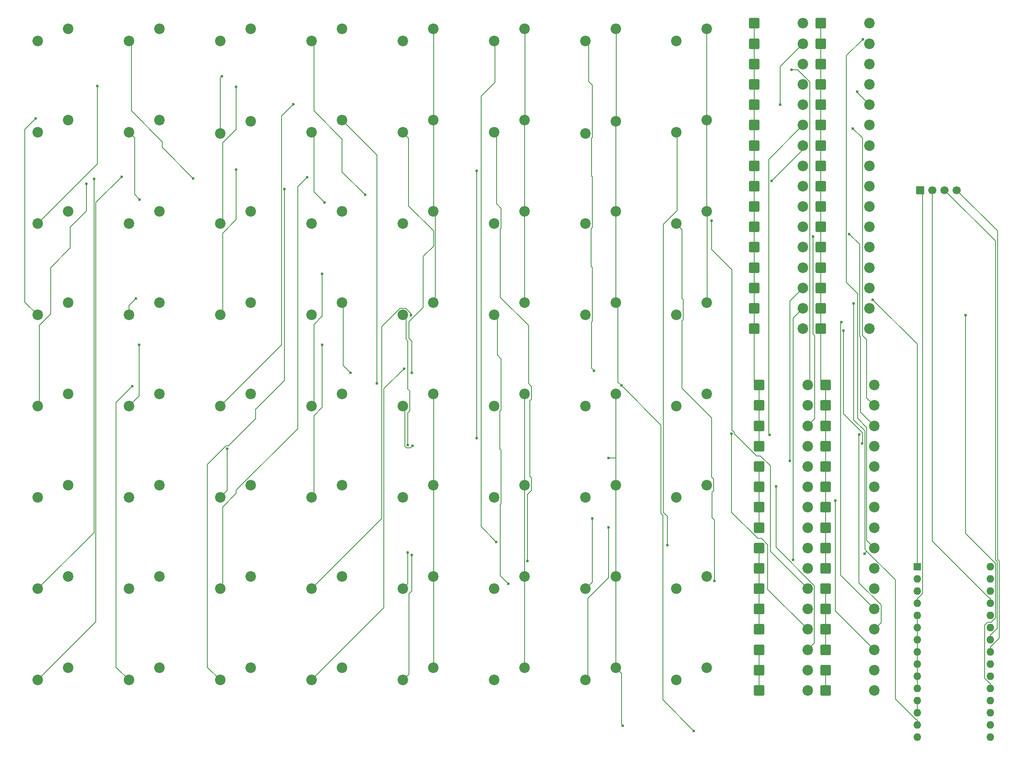
<source format=gbr>
%TF.GenerationSoftware,KiCad,Pcbnew,9.0.7*%
%TF.CreationDate,2026-02-25T16:19:16+04:00*%
%TF.ProjectId,Launchpad v1,4c61756e-6368-4706-9164-2076312e6b69,rev?*%
%TF.SameCoordinates,Original*%
%TF.FileFunction,Copper,L2,Bot*%
%TF.FilePolarity,Positive*%
%FSLAX46Y46*%
G04 Gerber Fmt 4.6, Leading zero omitted, Abs format (unit mm)*
G04 Created by KiCad (PCBNEW 9.0.7) date 2026-02-25 16:19:16*
%MOMM*%
%LPD*%
G01*
G04 APERTURE LIST*
G04 Aperture macros list*
%AMRoundRect*
0 Rectangle with rounded corners*
0 $1 Rounding radius*
0 $2 $3 $4 $5 $6 $7 $8 $9 X,Y pos of 4 corners*
0 Add a 4 corners polygon primitive as box body*
4,1,4,$2,$3,$4,$5,$6,$7,$8,$9,$2,$3,0*
0 Add four circle primitives for the rounded corners*
1,1,$1+$1,$2,$3*
1,1,$1+$1,$4,$5*
1,1,$1+$1,$6,$7*
1,1,$1+$1,$8,$9*
0 Add four rect primitives between the rounded corners*
20,1,$1+$1,$2,$3,$4,$5,0*
20,1,$1+$1,$4,$5,$6,$7,0*
20,1,$1+$1,$6,$7,$8,$9,0*
20,1,$1+$1,$8,$9,$2,$3,0*%
G04 Aperture macros list end*
%TA.AperFunction,ComponentPad*%
%ADD10RoundRect,0.249999X-0.850001X-0.850001X0.850001X-0.850001X0.850001X0.850001X-0.850001X0.850001X0*%
%TD*%
%TA.AperFunction,ComponentPad*%
%ADD11C,2.200000*%
%TD*%
%TA.AperFunction,ComponentPad*%
%ADD12RoundRect,0.170000X-0.680000X-0.680000X0.680000X-0.680000X0.680000X0.680000X-0.680000X0.680000X0*%
%TD*%
%TA.AperFunction,ComponentPad*%
%ADD13C,1.700000*%
%TD*%
%TA.AperFunction,ComponentPad*%
%ADD14R,1.600000X1.600000*%
%TD*%
%TA.AperFunction,ComponentPad*%
%ADD15O,1.600000X1.600000*%
%TD*%
%TA.AperFunction,ViaPad*%
%ADD16C,0.600000*%
%TD*%
%TA.AperFunction,Conductor*%
%ADD17C,0.200000*%
%TD*%
G04 APERTURE END LIST*
D10*
%TO.P,D49,1,K*%
%TO.N,COL 1*%
X191868800Y-100193700D03*
D11*
%TO.P,D49,2,A*%
%TO.N,Net-(D49-A)*%
X202028800Y-100193700D03*
%TD*%
D10*
%TO.P,D50,1,K*%
%TO.N,COL 1*%
X191868800Y-104443700D03*
D11*
%TO.P,D50,2,A*%
%TO.N,Net-(D50-A)*%
X202028800Y-104443700D03*
%TD*%
D10*
%TO.P,D55,1,K*%
%TO.N,COL 1*%
X191868800Y-125693700D03*
D11*
%TO.P,D55,2,A*%
%TO.N,Net-(D55-A)*%
X202028800Y-125693700D03*
%TD*%
D10*
%TO.P,D51,1,K*%
%TO.N,COL 1*%
X191868800Y-108693700D03*
D11*
%TO.P,D51,2,A*%
%TO.N,Net-(D51-A)*%
X202028800Y-108693700D03*
%TD*%
D10*
%TO.P,D54,1,K*%
%TO.N,COL 1*%
X191868800Y-121443700D03*
D11*
%TO.P,D54,2,A*%
%TO.N,Net-(D54-A)*%
X202028800Y-121443700D03*
%TD*%
D10*
%TO.P,D56,1,K*%
%TO.N,COL 1*%
X191868800Y-129943700D03*
D11*
%TO.P,D56,2,A*%
%TO.N,Net-(D56-A)*%
X202028800Y-129943700D03*
%TD*%
D10*
%TO.P,D63,1,K*%
%TO.N,COL 1*%
X191868800Y-159693700D03*
D11*
%TO.P,D63,2,A*%
%TO.N,Net-(D63-A)*%
X202028800Y-159693700D03*
%TD*%
D10*
%TO.P,D52,1,K*%
%TO.N,COL 1*%
X191868800Y-112943700D03*
D11*
%TO.P,D52,2,A*%
%TO.N,Net-(D52-A)*%
X202028800Y-112943700D03*
%TD*%
D10*
%TO.P,D53,1,K*%
%TO.N,COL 1*%
X191868800Y-117193700D03*
D11*
%TO.P,D53,2,A*%
%TO.N,Net-(D53-A)*%
X202028800Y-117193700D03*
%TD*%
D10*
%TO.P,D60,1,K*%
%TO.N,COL 1*%
X191868800Y-146943700D03*
D11*
%TO.P,D60,2,A*%
%TO.N,Net-(D60-A)*%
X202028800Y-146943700D03*
%TD*%
D10*
%TO.P,D61,1,K*%
%TO.N,COL 1*%
X191868800Y-151193700D03*
D11*
%TO.P,D61,2,A*%
%TO.N,Net-(D61-A)*%
X202028800Y-151193700D03*
%TD*%
D10*
%TO.P,D57,1,K*%
%TO.N,COL 1*%
X191868800Y-134193700D03*
D11*
%TO.P,D57,2,A*%
%TO.N,Net-(D57-A)*%
X202028800Y-134193700D03*
%TD*%
D10*
%TO.P,D58,1,K*%
%TO.N,COL 1*%
X191868800Y-138443700D03*
D11*
%TO.P,D58,2,A*%
%TO.N,Net-(D58-A)*%
X202028800Y-138443700D03*
%TD*%
D10*
%TO.P,D59,1,K*%
%TO.N,COL 1*%
X191868800Y-142693700D03*
D11*
%TO.P,D59,2,A*%
%TO.N,Net-(D59-A)*%
X202028800Y-142693700D03*
%TD*%
D10*
%TO.P,D62,1,K*%
%TO.N,COL 1*%
X191868800Y-155443700D03*
D11*
%TO.P,D62,2,A*%
%TO.N,Net-(D62-A)*%
X202028800Y-155443700D03*
%TD*%
%TO.P,SW59,2,2*%
%TO.N,Net-(D59-A)*%
X160710000Y-66516200D03*
%TO.P,SW59,1,1*%
%TO.N,COL 2*%
X167060000Y-63976200D03*
%TD*%
%TO.P,SW57,1,1*%
%TO.N,COL 2*%
X167060000Y-25876200D03*
%TO.P,SW57,2,2*%
%TO.N,Net-(D57-A)*%
X160710000Y-28416200D03*
%TD*%
%TO.P,SW58,1,1*%
%TO.N,COL 2*%
X167060000Y-44926200D03*
%TO.P,SW58,2,2*%
%TO.N,Net-(D58-A)*%
X160710000Y-47466200D03*
%TD*%
%TO.P,SW60,2,2*%
%TO.N,Net-(D60-A)*%
X160710000Y-85566200D03*
%TO.P,SW60,1,1*%
%TO.N,COL 2*%
X167060000Y-83026200D03*
%TD*%
%TO.P,D31,2,A*%
%TO.N,Net-(D31-A)*%
X201037500Y-84187500D03*
D10*
%TO.P,D31,1,K*%
%TO.N,COL 1*%
X190877500Y-84187500D03*
%TD*%
D11*
%TO.P,D35,2,A*%
%TO.N,Net-(D35-A)*%
X188118800Y-108693700D03*
D10*
%TO.P,D35,1,K*%
%TO.N,COL 1*%
X177958800Y-108693700D03*
%TD*%
D11*
%TO.P,D33,2,A*%
%TO.N,Net-(D33-A)*%
X188118800Y-100193700D03*
D10*
%TO.P,D33,1,K*%
%TO.N,COL 1*%
X177958800Y-100193700D03*
%TD*%
D11*
%TO.P,D40,2,A*%
%TO.N,Net-(D40-A)*%
X188118800Y-129943700D03*
D10*
%TO.P,D40,1,K*%
%TO.N,COL 1*%
X177958800Y-129943700D03*
%TD*%
D11*
%TO.P,D38,2,A*%
%TO.N,Net-(D38-A)*%
X188118800Y-121443700D03*
D10*
%TO.P,D38,1,K*%
%TO.N,COL 1*%
X177958800Y-121443700D03*
%TD*%
D11*
%TO.P,D43,2,A*%
%TO.N,Net-(D43-A)*%
X188118800Y-142693700D03*
D10*
%TO.P,D43,1,K*%
%TO.N,COL 1*%
X177958800Y-142693700D03*
%TD*%
D11*
%TO.P,D34,2,A*%
%TO.N,Net-(D34-A)*%
X188118800Y-104443700D03*
D10*
%TO.P,D34,1,K*%
%TO.N,COL 1*%
X177958800Y-104443700D03*
%TD*%
D11*
%TO.P,D36,2,A*%
%TO.N,Net-(D36-A)*%
X188118800Y-112943700D03*
D10*
%TO.P,D36,1,K*%
%TO.N,COL 1*%
X177958800Y-112943700D03*
%TD*%
D11*
%TO.P,D30,2,A*%
%TO.N,Net-(D30-A)*%
X201037500Y-79937500D03*
D10*
%TO.P,D30,1,K*%
%TO.N,COL 1*%
X190877500Y-79937500D03*
%TD*%
D11*
%TO.P,D32,2,A*%
%TO.N,Net-(D32-A)*%
X201037500Y-88437500D03*
D10*
%TO.P,D32,1,K*%
%TO.N,COL 1*%
X190877500Y-88437500D03*
%TD*%
D11*
%TO.P,D37,2,A*%
%TO.N,Net-(D37-A)*%
X188118800Y-117193700D03*
D10*
%TO.P,D37,1,K*%
%TO.N,COL 1*%
X177958800Y-117193700D03*
%TD*%
D11*
%TO.P,D39,2,A*%
%TO.N,Net-(D39-A)*%
X188118800Y-125693700D03*
D10*
%TO.P,D39,1,K*%
%TO.N,COL 1*%
X177958800Y-125693700D03*
%TD*%
D11*
%TO.P,D41,2,A*%
%TO.N,Net-(D41-A)*%
X188118800Y-134193700D03*
D10*
%TO.P,D41,1,K*%
%TO.N,COL 1*%
X177958800Y-134193700D03*
%TD*%
D11*
%TO.P,D42,2,A*%
%TO.N,Net-(D42-A)*%
X188118800Y-138443700D03*
D10*
%TO.P,D42,1,K*%
%TO.N,COL 1*%
X177958800Y-138443700D03*
%TD*%
D11*
%TO.P,D48,2,A*%
%TO.N,Net-(D48-A)*%
X188118800Y-163943700D03*
D10*
%TO.P,D48,1,K*%
%TO.N,COL 1*%
X177958800Y-163943700D03*
%TD*%
D11*
%TO.P,D44,2,A*%
%TO.N,Net-(D44-A)*%
X188118800Y-146943700D03*
D10*
%TO.P,D44,1,K*%
%TO.N,COL 1*%
X177958800Y-146943700D03*
%TD*%
D11*
%TO.P,D47,2,A*%
%TO.N,Net-(D47-A)*%
X188118800Y-159693700D03*
D10*
%TO.P,D47,1,K*%
%TO.N,COL 1*%
X177958800Y-159693700D03*
%TD*%
D11*
%TO.P,D46,2,A*%
%TO.N,Net-(D46-A)*%
X188118800Y-155443700D03*
D10*
%TO.P,D46,1,K*%
%TO.N,COL 1*%
X177958800Y-155443700D03*
%TD*%
D11*
%TO.P,D45,2,A*%
%TO.N,Net-(D45-A)*%
X188118800Y-151193700D03*
D10*
%TO.P,D45,1,K*%
%TO.N,COL 1*%
X177958800Y-151193700D03*
%TD*%
D11*
%TO.P,D64,2,A*%
%TO.N,Net-(D64-A)*%
X202028800Y-163943700D03*
D10*
%TO.P,D64,1,K*%
%TO.N,COL 1*%
X191868800Y-163943700D03*
%TD*%
D11*
%TO.P,D1,2,A*%
%TO.N,Net-(D1-A)*%
X187127500Y-24687500D03*
D10*
%TO.P,D1,1,K*%
%TO.N,COL 1*%
X176967500Y-24687500D03*
%TD*%
D11*
%TO.P,D5,2,A*%
%TO.N,Net-(D5-A)*%
X187127500Y-41687500D03*
D10*
%TO.P,D5,1,K*%
%TO.N,COL 1*%
X176967500Y-41687500D03*
%TD*%
D11*
%TO.P,D2,2,A*%
%TO.N,Net-(D2-A)*%
X187127500Y-28937500D03*
D10*
%TO.P,D2,1,K*%
%TO.N,COL 1*%
X176967500Y-28937500D03*
%TD*%
D11*
%TO.P,D8,2,A*%
%TO.N,Net-(D8-A)*%
X187127500Y-54437500D03*
D10*
%TO.P,D8,1,K*%
%TO.N,COL 1*%
X176967500Y-54437500D03*
%TD*%
D11*
%TO.P,D3,2,A*%
%TO.N,Net-(D3-A)*%
X187127500Y-33187500D03*
D10*
%TO.P,D3,1,K*%
%TO.N,COL 1*%
X176967500Y-33187500D03*
%TD*%
D11*
%TO.P,D4,2,A*%
%TO.N,Net-(D4-A)*%
X187127500Y-37437500D03*
D10*
%TO.P,D4,1,K*%
%TO.N,COL 1*%
X176967500Y-37437500D03*
%TD*%
D11*
%TO.P,D6,2,A*%
%TO.N,Net-(D6-A)*%
X187127500Y-45937500D03*
D10*
%TO.P,D6,1,K*%
%TO.N,COL 1*%
X176967500Y-45937500D03*
%TD*%
D11*
%TO.P,D7,2,A*%
%TO.N,Net-(D7-A)*%
X187127500Y-50187500D03*
D10*
%TO.P,D7,1,K*%
%TO.N,COL 1*%
X176967500Y-50187500D03*
%TD*%
D11*
%TO.P,D12,2,A*%
%TO.N,Net-(D12-A)*%
X187127500Y-71437500D03*
D10*
%TO.P,D12,1,K*%
%TO.N,COL 1*%
X176967500Y-71437500D03*
%TD*%
D11*
%TO.P,D13,2,A*%
%TO.N,Net-(D13-A)*%
X187127500Y-75687500D03*
D10*
%TO.P,D13,1,K*%
%TO.N,COL 1*%
X176967500Y-75687500D03*
%TD*%
D11*
%TO.P,D19,2,A*%
%TO.N,Net-(D19-A)*%
X201037500Y-33187500D03*
D10*
%TO.P,D19,1,K*%
%TO.N,COL 1*%
X190877500Y-33187500D03*
%TD*%
D11*
%TO.P,D17,2,A*%
%TO.N,Net-(D17-A)*%
X201037500Y-24687500D03*
D10*
%TO.P,D17,1,K*%
%TO.N,COL 1*%
X190877500Y-24687500D03*
%TD*%
D11*
%TO.P,D15,2,A*%
%TO.N,Net-(D15-A)*%
X187127500Y-84187500D03*
D10*
%TO.P,D15,1,K*%
%TO.N,COL 1*%
X176967500Y-84187500D03*
%TD*%
D11*
%TO.P,D14,2,A*%
%TO.N,Net-(D14-A)*%
X187127500Y-79937500D03*
D10*
%TO.P,D14,1,K*%
%TO.N,COL 1*%
X176967500Y-79937500D03*
%TD*%
D11*
%TO.P,D9,2,A*%
%TO.N,Net-(D9-A)*%
X187127500Y-58687500D03*
D10*
%TO.P,D9,1,K*%
%TO.N,COL 1*%
X176967500Y-58687500D03*
%TD*%
D11*
%TO.P,D10,2,A*%
%TO.N,Net-(D10-A)*%
X187127500Y-62937500D03*
D10*
%TO.P,D10,1,K*%
%TO.N,COL 1*%
X176967500Y-62937500D03*
%TD*%
D11*
%TO.P,D11,2,A*%
%TO.N,Net-(D11-A)*%
X187127500Y-67187500D03*
D10*
%TO.P,D11,1,K*%
%TO.N,COL 1*%
X176967500Y-67187500D03*
%TD*%
D11*
%TO.P,D16,2,A*%
%TO.N,Net-(D16-A)*%
X187127500Y-88437500D03*
D10*
%TO.P,D16,1,K*%
%TO.N,COL 1*%
X176967500Y-88437500D03*
%TD*%
D11*
%TO.P,D18,2,A*%
%TO.N,Net-(D18-A)*%
X201037500Y-28937500D03*
D10*
%TO.P,D18,1,K*%
%TO.N,COL 1*%
X190877500Y-28937500D03*
%TD*%
D11*
%TO.P,D24,2,A*%
%TO.N,Net-(D24-A)*%
X201037500Y-54437500D03*
D10*
%TO.P,D24,1,K*%
%TO.N,COL 1*%
X190877500Y-54437500D03*
%TD*%
D11*
%TO.P,D23,2,A*%
%TO.N,Net-(D23-A)*%
X201037500Y-50187500D03*
D10*
%TO.P,D23,1,K*%
%TO.N,COL 1*%
X190877500Y-50187500D03*
%TD*%
D11*
%TO.P,D26,2,A*%
%TO.N,Net-(D26-A)*%
X201037500Y-62937500D03*
D10*
%TO.P,D26,1,K*%
%TO.N,COL 1*%
X190877500Y-62937500D03*
%TD*%
D11*
%TO.P,D21,2,A*%
%TO.N,Net-(D21-A)*%
X201037500Y-41687500D03*
D10*
%TO.P,D21,1,K*%
%TO.N,COL 1*%
X190877500Y-41687500D03*
%TD*%
D11*
%TO.P,D22,2,A*%
%TO.N,Net-(D22-A)*%
X201037500Y-45937500D03*
D10*
%TO.P,D22,1,K*%
%TO.N,COL 1*%
X190877500Y-45937500D03*
%TD*%
D11*
%TO.P,D27,2,A*%
%TO.N,Net-(D27-A)*%
X201037500Y-67187500D03*
D10*
%TO.P,D27,1,K*%
%TO.N,COL 1*%
X190877500Y-67187500D03*
%TD*%
D11*
%TO.P,D28,2,A*%
%TO.N,Net-(D28-A)*%
X201037500Y-71437500D03*
D10*
%TO.P,D28,1,K*%
%TO.N,COL 1*%
X190877500Y-71437500D03*
%TD*%
D11*
%TO.P,D20,2,A*%
%TO.N,Net-(D20-A)*%
X201037500Y-37437500D03*
D10*
%TO.P,D20,1,K*%
%TO.N,COL 1*%
X190877500Y-37437500D03*
%TD*%
D11*
%TO.P,D25,2,A*%
%TO.N,Net-(D25-A)*%
X201037500Y-58687500D03*
D10*
%TO.P,D25,1,K*%
%TO.N,COL 1*%
X190877500Y-58687500D03*
%TD*%
D11*
%TO.P,D29,2,A*%
%TO.N,Net-(D29-A)*%
X201037500Y-75687500D03*
D10*
%TO.P,D29,1,K*%
%TO.N,COL 1*%
X190877500Y-75687500D03*
%TD*%
D11*
%TO.P,SW61,1,1*%
%TO.N,COL 1*%
X167060000Y-102076200D03*
%TO.P,SW61,2,2*%
%TO.N,Net-(D61-A)*%
X160710000Y-104616200D03*
%TD*%
%TO.P,SW63,1,1*%
%TO.N,COL 1*%
X167060000Y-140176200D03*
%TO.P,SW63,2,2*%
%TO.N,Net-(D63-A)*%
X160710000Y-142716200D03*
%TD*%
%TO.P,SW62,1,1*%
%TO.N,COL 1*%
X167060000Y-121126200D03*
%TO.P,SW62,2,2*%
%TO.N,Net-(D62-A)*%
X160710000Y-123666200D03*
%TD*%
%TO.P,SW64,1,1*%
%TO.N,COL 1*%
X167060000Y-159226200D03*
%TO.P,SW64,2,2*%
%TO.N,Net-(D64-A)*%
X160710000Y-161766200D03*
%TD*%
%TO.P,SW48,2,2*%
%TO.N,Net-(D48-A)*%
X122713800Y-161766200D03*
%TO.P,SW48,1,1*%
%TO.N,COL 5*%
X129063800Y-159226200D03*
%TD*%
%TO.P,SW47,2,2*%
%TO.N,Net-(D47-A)*%
X122713800Y-142716200D03*
%TO.P,SW47,1,1*%
%TO.N,COL 5*%
X129063800Y-140176200D03*
%TD*%
%TO.P,SW46,2,2*%
%TO.N,Net-(D46-A)*%
X122713800Y-123666200D03*
%TO.P,SW46,1,1*%
%TO.N,COL 5*%
X129063800Y-121126200D03*
%TD*%
%TO.P,SW45,2,2*%
%TO.N,Net-(D45-A)*%
X122713800Y-104616200D03*
%TO.P,SW45,1,1*%
%TO.N,COL 5*%
X129063800Y-102076200D03*
%TD*%
%TO.P,SW43,2,2*%
%TO.N,Net-(D43-A)*%
X122713800Y-66516200D03*
%TO.P,SW43,1,1*%
%TO.N,COL 6*%
X129063800Y-63976200D03*
%TD*%
%TO.P,SW39,2,2*%
%TO.N,Net-(D39-A)*%
X103663800Y-142716200D03*
%TO.P,SW39,1,1*%
%TO.N,COL 7*%
X110013800Y-140176200D03*
%TD*%
%TO.P,SW38,2,2*%
%TO.N,Net-(D38-A)*%
X103663800Y-123666200D03*
%TO.P,SW38,1,1*%
%TO.N,COL 7*%
X110013800Y-121126200D03*
%TD*%
%TO.P,SW37,2,2*%
%TO.N,Net-(D37-A)*%
X103663800Y-104616200D03*
%TO.P,SW37,1,1*%
%TO.N,COL 7*%
X110013800Y-102076200D03*
%TD*%
%TO.P,SW35,2,2*%
%TO.N,Net-(D35-A)*%
X103663800Y-66516200D03*
%TO.P,SW35,1,1*%
%TO.N,COL 8*%
X110013800Y-63976200D03*
%TD*%
%TO.P,SW32,2,2*%
%TO.N,Net-(D32-A)*%
X84613800Y-161766200D03*
%TO.P,SW32,1,1*%
%TO.N,COL 1*%
X90963800Y-159226200D03*
%TD*%
%TO.P,SW41,2,2*%
%TO.N,Net-(D41-A)*%
X122713800Y-28416200D03*
%TO.P,SW41,1,1*%
%TO.N,COL 6*%
X129063800Y-25876200D03*
%TD*%
%TO.P,SW44,2,2*%
%TO.N,Net-(D44-A)*%
X122713800Y-85566200D03*
%TO.P,SW44,1,1*%
%TO.N,COL 6*%
X129063800Y-83026200D03*
%TD*%
%TO.P,SW42,2,2*%
%TO.N,Net-(D42-A)*%
X122713800Y-47466200D03*
%TO.P,SW42,1,1*%
%TO.N,COL 6*%
X129063800Y-44926200D03*
%TD*%
%TO.P,SW40,2,2*%
%TO.N,Net-(D40-A)*%
X103663800Y-161766200D03*
%TO.P,SW40,1,1*%
%TO.N,COL 7*%
X110013800Y-159226200D03*
%TD*%
%TO.P,SW34,2,2*%
%TO.N,Net-(D34-A)*%
X103663800Y-47466200D03*
%TO.P,SW34,1,1*%
%TO.N,COL 8*%
X110013800Y-44926200D03*
%TD*%
%TO.P,SW30,2,2*%
%TO.N,Net-(D30-A)*%
X84613800Y-123666200D03*
%TO.P,SW30,1,1*%
%TO.N,COL 3*%
X90963800Y-121126200D03*
%TD*%
%TO.P,SW36,2,2*%
%TO.N,Net-(D36-A)*%
X103663800Y-85566200D03*
%TO.P,SW36,1,1*%
%TO.N,COL 8*%
X110013800Y-83026200D03*
%TD*%
%TO.P,SW33,2,2*%
%TO.N,Net-(D33-A)*%
X103663800Y-28416200D03*
%TO.P,SW33,1,1*%
%TO.N,COL 8*%
X110013800Y-25876200D03*
%TD*%
%TO.P,SW31,2,2*%
%TO.N,Net-(D31-A)*%
X84613800Y-142716200D03*
%TO.P,SW31,1,1*%
%TO.N,COL 2*%
X90963800Y-140176200D03*
%TD*%
%TO.P,SW29,2,2*%
%TO.N,Net-(D29-A)*%
X84613800Y-104616200D03*
%TO.P,SW29,1,1*%
%TO.N,COL 4*%
X90963800Y-102076200D03*
%TD*%
%TO.P,SW26,2,2*%
%TO.N,Net-(D26-A)*%
X84613800Y-47466200D03*
%TO.P,SW26,1,1*%
%TO.N,COL 7*%
X90963800Y-44926200D03*
%TD*%
%TO.P,SW25,2,2*%
%TO.N,Net-(D25-A)*%
X84613800Y-28416200D03*
%TO.P,SW25,1,1*%
%TO.N,COL 8*%
X90963800Y-25876200D03*
%TD*%
%TO.P,SW28,2,2*%
%TO.N,Net-(D28-A)*%
X84613800Y-85566200D03*
%TO.P,SW28,1,1*%
%TO.N,COL 5*%
X90963800Y-83026200D03*
%TD*%
%TO.P,SW27,2,2*%
%TO.N,Net-(D27-A)*%
X84613800Y-66516200D03*
%TO.P,SW27,1,1*%
%TO.N,COL 6*%
X90963800Y-63976200D03*
%TD*%
%TO.P,SW22,2,2*%
%TO.N,Net-(D22-A)*%
X65563800Y-123666200D03*
%TO.P,SW22,1,1*%
%TO.N,COL 3*%
X71913800Y-121126200D03*
%TD*%
%TO.P,SW19,2,2*%
%TO.N,Net-(D19-A)*%
X65563800Y-66516200D03*
%TO.P,SW19,1,1*%
%TO.N,COL 6*%
X71913800Y-63976200D03*
%TD*%
%TO.P,SW24,2,2*%
%TO.N,Net-(D24-A)*%
X65563800Y-161766200D03*
%TO.P,SW24,1,1*%
%TO.N,COL 1*%
X71913800Y-159226200D03*
%TD*%
%TO.P,SW16,2,2*%
%TO.N,Net-(D16-A)*%
X46513800Y-161766200D03*
%TO.P,SW16,1,1*%
%TO.N,COL 1*%
X52863800Y-159226200D03*
%TD*%
%TO.P,SW21,2,2*%
%TO.N,Net-(D21-A)*%
X65563800Y-104616200D03*
%TO.P,SW21,1,1*%
%TO.N,COL 4*%
X71913800Y-102076200D03*
%TD*%
%TO.P,SW18,2,2*%
%TO.N,Net-(D18-A)*%
X65563800Y-47681200D03*
%TO.P,SW18,1,1*%
%TO.N,COL 7*%
X71913800Y-45141200D03*
%TD*%
%TO.P,SW17,2,2*%
%TO.N,Net-(D17-A)*%
X65563800Y-28416200D03*
%TO.P,SW17,1,1*%
%TO.N,COL 8*%
X71913800Y-25876200D03*
%TD*%
%TO.P,SW23,2,2*%
%TO.N,Net-(D23-A)*%
X65563800Y-142716200D03*
%TO.P,SW23,1,1*%
%TO.N,COL 2*%
X71913800Y-140176200D03*
%TD*%
%TO.P,SW20,2,2*%
%TO.N,Net-(D20-A)*%
X65563800Y-85566200D03*
%TO.P,SW20,1,1*%
%TO.N,COL 5*%
X71913800Y-83026200D03*
%TD*%
%TO.P,SW15,2,2*%
%TO.N,Net-(D15-A)*%
X46513800Y-142716200D03*
%TO.P,SW15,1,1*%
%TO.N,COL 2*%
X52863800Y-140176200D03*
%TD*%
%TO.P,SW14,2,2*%
%TO.N,Net-(D14-A)*%
X46513800Y-123666200D03*
%TO.P,SW14,1,1*%
%TO.N,COL 3*%
X52863800Y-121126200D03*
%TD*%
%TO.P,SW12,2,2*%
%TO.N,Net-(D12-A)*%
X46513800Y-85566200D03*
%TO.P,SW12,1,1*%
%TO.N,COL 5*%
X52863800Y-83026200D03*
%TD*%
%TO.P,SW11,2,2*%
%TO.N,Net-(D11-A)*%
X46513800Y-66516200D03*
%TO.P,SW11,1,1*%
%TO.N,COL 6*%
X52863800Y-63976200D03*
%TD*%
%TO.P,SW9,2,2*%
%TO.N,Net-(D9-A)*%
X46513800Y-28416200D03*
%TO.P,SW9,1,1*%
%TO.N,COL 8*%
X52863800Y-25876200D03*
%TD*%
%TO.P,SW8,2,2*%
%TO.N,Net-(D8-A)*%
X27463800Y-161766200D03*
%TO.P,SW8,1,1*%
%TO.N,COL 1*%
X33813800Y-159226200D03*
%TD*%
%TO.P,SW4,2,2*%
%TO.N,Net-(D4-A)*%
X27463800Y-85566200D03*
%TO.P,SW4,1,1*%
%TO.N,COL 5*%
X33813800Y-83026200D03*
%TD*%
%TO.P,SW7,2,2*%
%TO.N,Net-(D7-A)*%
X27463800Y-142716200D03*
%TO.P,SW7,1,1*%
%TO.N,COL 2*%
X33813800Y-140176200D03*
%TD*%
%TO.P,SW6,2,2*%
%TO.N,Net-(D6-A)*%
X27463800Y-123666200D03*
%TO.P,SW6,1,1*%
%TO.N,COL 3*%
X33813800Y-121126200D03*
%TD*%
%TO.P,SW13,2,2*%
%TO.N,Net-(D13-A)*%
X46513800Y-104616200D03*
%TO.P,SW13,1,1*%
%TO.N,COL 4*%
X52863800Y-102076200D03*
%TD*%
%TO.P,SW2,2,2*%
%TO.N,Net-(D2-A)*%
X27463800Y-47466200D03*
%TO.P,SW2,1,1*%
%TO.N,COL 7*%
X33813800Y-44926200D03*
%TD*%
%TO.P,SW10,2,2*%
%TO.N,Net-(D10-A)*%
X46513800Y-47466200D03*
%TO.P,SW10,1,1*%
%TO.N,COL 7*%
X52863800Y-44926200D03*
%TD*%
%TO.P,SW5,2,2*%
%TO.N,Net-(D5-A)*%
X27463800Y-104616200D03*
%TO.P,SW5,1,1*%
%TO.N,COL 4*%
X33813800Y-102076200D03*
%TD*%
%TO.P,SW3,2,2*%
%TO.N,Net-(D3-A)*%
X27463800Y-66516200D03*
%TO.P,SW3,1,1*%
%TO.N,COL 6*%
X33813800Y-63976200D03*
%TD*%
%TO.P,SW1,2,2*%
%TO.N,Net-(D1-A)*%
X27463800Y-28416200D03*
%TO.P,SW1,1,1*%
%TO.N,COL 8*%
X33813800Y-25876200D03*
%TD*%
%TO.P,SW56,2,2*%
%TO.N,Net-(D56-A)*%
X141763800Y-161766200D03*
%TO.P,SW56,1,1*%
%TO.N,COL 3*%
X148113800Y-159226200D03*
%TD*%
%TO.P,SW51,2,2*%
%TO.N,Net-(D51-A)*%
X141763800Y-66516200D03*
%TO.P,SW51,1,1*%
%TO.N,COL 4*%
X148113800Y-63976200D03*
%TD*%
%TO.P,SW53,2,2*%
%TO.N,Net-(D53-A)*%
X141763800Y-104616200D03*
%TO.P,SW53,1,1*%
%TO.N,COL 3*%
X148113800Y-102076200D03*
%TD*%
%TO.P,SW54,2,2*%
%TO.N,Net-(D54-A)*%
X141763800Y-123666200D03*
%TO.P,SW54,1,1*%
%TO.N,COL 3*%
X148113800Y-121126200D03*
%TD*%
%TO.P,SW52,2,2*%
%TO.N,Net-(D52-A)*%
X141763800Y-85566200D03*
%TO.P,SW52,1,1*%
%TO.N,COL 4*%
X148113800Y-83026200D03*
%TD*%
%TO.P,SW49,2,2*%
%TO.N,Net-(D49-A)*%
X141763800Y-28416200D03*
%TO.P,SW49,1,1*%
%TO.N,COL 4*%
X148113800Y-25876200D03*
%TD*%
%TO.P,SW50,2,2*%
%TO.N,Net-(D50-A)*%
X141763800Y-47681200D03*
%TO.P,SW50,1,1*%
%TO.N,COL 4*%
X148113800Y-45141200D03*
%TD*%
%TO.P,SW55,2,2*%
%TO.N,Net-(D55-A)*%
X141763800Y-142716200D03*
%TO.P,SW55,1,1*%
%TO.N,COL 3*%
X148113800Y-140176200D03*
%TD*%
D12*
%TO.P,U1,1,GND*%
%TO.N,GND*%
X211613800Y-59531200D03*
D13*
%TO.P,U1,2,VCC*%
%TO.N,Net-(A1-+5V)*%
X214153800Y-59531200D03*
%TO.P,U1,3,SCL*%
%TO.N,SCL*%
X216693800Y-59531200D03*
%TO.P,U1,4,SDA*%
%TO.N,SDA*%
X219233800Y-59531200D03*
%TD*%
D14*
%TO.P,A1,1,TX1*%
%TO.N,COL 8*%
X210978800Y-138112500D03*
D15*
%TO.P,A1,2,RX1*%
%TO.N,COL 7*%
X210978800Y-140652500D03*
%TO.P,A1,3,~{RESET}*%
%TO.N,unconnected-(A1-~{RESET}-Pad3)*%
X210978800Y-143192500D03*
%TO.P,A1,4,GND*%
%TO.N,GND*%
X210978800Y-145732500D03*
%TO.P,A1,5,D2*%
%TO.N,COL 1*%
X210978800Y-148272500D03*
%TO.P,A1,6,D3*%
X210978800Y-150812500D03*
%TO.P,A1,7,D4*%
X210978800Y-153352500D03*
%TO.P,A1,8,D5*%
X210978800Y-155892500D03*
%TO.P,A1,9,D6*%
X210978800Y-158432500D03*
%TO.P,A1,10,D7*%
X210978800Y-160972500D03*
%TO.P,A1,11,D8*%
X210978800Y-163512500D03*
%TO.P,A1,12,D9*%
X210978800Y-166052500D03*
%TO.P,A1,13,D10*%
X210978800Y-168592500D03*
%TO.P,A1,14,MOSI*%
%TO.N,COL 2*%
X210978800Y-171132500D03*
%TO.P,A1,15,MISO*%
%TO.N,COL 3*%
X210978800Y-173672500D03*
%TO.P,A1,16,SCK*%
%TO.N,COL 4*%
X226218800Y-173672500D03*
%TO.P,A1,17,3V3*%
%TO.N,unconnected-(A1-3V3-Pad17)*%
X226218800Y-171132500D03*
%TO.P,A1,18,AREF*%
%TO.N,unconnected-(A1-AREF-Pad18)*%
X226218800Y-168592500D03*
%TO.P,A1,19,A0*%
%TO.N,COL 5*%
X226218800Y-166052500D03*
%TO.P,A1,20,A1*%
%TO.N,COL 6*%
X226218800Y-163512500D03*
%TO.P,A1,21,A2*%
%TO.N,unconnected-(A1-A2-Pad21)*%
X226218800Y-160972500D03*
%TO.P,A1,22,A3*%
%TO.N,unconnected-(A1-A3-Pad22)*%
X226218800Y-158432500D03*
%TO.P,A1,23,SDA/A4*%
%TO.N,SDA*%
X226218800Y-155892500D03*
%TO.P,A1,24,SCL/A5*%
%TO.N,SCL*%
X226218800Y-153352500D03*
%TO.P,A1,25,A6*%
%TO.N,unconnected-(A1-A6-Pad25)*%
X226218800Y-150812500D03*
%TO.P,A1,26,A7*%
%TO.N,unconnected-(A1-A7-Pad26)*%
X226218800Y-148272500D03*
%TO.P,A1,27,+5V*%
%TO.N,Net-(A1-+5V)*%
X226218800Y-145732500D03*
%TO.P,A1,28,~{RESET}*%
%TO.N,unconnected-(A1-~{RESET}-Pad28)*%
X226218800Y-143192500D03*
%TO.P,A1,29,GND*%
%TO.N,GND*%
X226218800Y-140652500D03*
%TO.P,A1,30,VIN*%
%TO.N,unconnected-(A1-VIN-Pad30)*%
X226218800Y-138112500D03*
%TD*%
D16*
%TO.N,Net-(D62-A)*%
X193921300Y-124303800D03*
%TO.N,Net-(D61-A)*%
X198860500Y-110514500D03*
%TO.N,Net-(D60-A)*%
X195210600Y-87054200D03*
%TO.N,Net-(D59-A)*%
X168651600Y-141048700D03*
%TO.N,Net-(D58-A)*%
X158895500Y-133661700D03*
%TO.N,Net-(D57-A)*%
X199638400Y-28032000D03*
%TO.N,Net-(D56-A)*%
X146538100Y-129928100D03*
%TO.N,Net-(D55-A)*%
X143184400Y-128024500D03*
%TO.N,Net-(D52-A)*%
X195574500Y-88807900D03*
X199460500Y-112368500D03*
%TO.N,Net-(D51-A)*%
X196817800Y-68664400D03*
%TO.N,Net-(D50-A)*%
X197567100Y-46656000D03*
%TO.N,Net-(D49-A)*%
X143550300Y-97219000D03*
%TO.N,Net-(D46-A)*%
X181556900Y-121316800D03*
%TO.N,Net-(D45-A)*%
X172230100Y-110340000D03*
%TO.N,Net-(D44-A)*%
X125623500Y-141689400D03*
%TO.N,Net-(D43-A)*%
X168088200Y-65876900D03*
%TO.N,Net-(D42-A)*%
X129647200Y-136914700D03*
%TO.N,Net-(D41-A)*%
X123154800Y-132919400D03*
%TO.N,Net-(D40-A)*%
X105505900Y-135617800D03*
%TO.N,Net-(D39-A)*%
X104708900Y-135137500D03*
%TO.N,Net-(D37-A)*%
X105700400Y-112915800D03*
%TO.N,Net-(D36-A)*%
X104707300Y-112713500D03*
%TO.N,Net-(D35-A)*%
X189269200Y-69196400D03*
%TO.N,Net-(D34-A)*%
X105505900Y-97629500D03*
%TO.N,Net-(D33-A)*%
X184755200Y-34372500D03*
%TO.N,Net-(D32-A)*%
X103877900Y-96808500D03*
%TO.N,Net-(D31-A)*%
X105358500Y-85644200D03*
%TO.N,Net-(D30-A)*%
X86782100Y-91782000D03*
%TO.N,Net-(D29-A)*%
X86782100Y-76994900D03*
%TO.N,Net-(D26-A)*%
X87319900Y-62106800D03*
%TO.N,Net-(D25-A)*%
X95745500Y-60497300D03*
%TO.N,Net-(D24-A)*%
X78954900Y-59308100D03*
%TO.N,Net-(D23-A)*%
X83704600Y-56822200D03*
%TO.N,Net-(D22-A)*%
X119023800Y-55469100D03*
X119023800Y-111248900D03*
X67015000Y-113496000D03*
%TO.N,Net-(D21-A)*%
X198475600Y-38981500D03*
X80806500Y-41621300D03*
%TO.N,Net-(D20-A)*%
X68855300Y-55227800D03*
%TO.N,Net-(D19-A)*%
X68855300Y-37969800D03*
%TO.N,Net-(D18-A)*%
X65867500Y-35725700D03*
%TO.N,Net-(D16-A)*%
X47183800Y-100439300D03*
%TO.N,Net-(D15-A)*%
X185086100Y-136706500D03*
%TO.N,Net-(D14-A)*%
X184435900Y-115979400D03*
%TO.N,Net-(D13-A)*%
X48653400Y-91782000D03*
%TO.N,Net-(D12-A)*%
X47940700Y-82171400D03*
%TO.N,Net-(D10-A)*%
X48737200Y-61459400D03*
%TO.N,Net-(D9-A)*%
X59891900Y-57050700D03*
%TO.N,Net-(D8-A)*%
X44952900Y-56758500D03*
%TO.N,Net-(D7-A)*%
X180598600Y-57605100D03*
X39198100Y-57146900D03*
%TO.N,Net-(D6-A)*%
X180199300Y-110558200D03*
%TO.N,Net-(D5-A)*%
X37591500Y-58154000D03*
%TO.N,Net-(D4-A)*%
X27026100Y-44569100D03*
%TO.N,Net-(D3-A)*%
X39923000Y-37794900D03*
%TO.N,Net-(D2-A)*%
X182392400Y-41650100D03*
%TO.N,COL 5*%
X92757700Y-97629500D03*
%TO.N,COL 4*%
X164399100Y-172402500D03*
X149253600Y-100281400D03*
%TO.N,COL 6*%
X221055100Y-85620300D03*
%TO.N,COL 2*%
X197749900Y-83167800D03*
X199980100Y-135369800D03*
%TO.N,COL 7*%
X98203000Y-99838300D03*
%TO.N,COL 8*%
X201692700Y-82384100D03*
%TO.N,COL 3*%
X149525900Y-171324500D03*
X146538100Y-115422600D03*
%TD*%
D17*
%TO.N,Net-(D62-A)*%
X193921300Y-147336200D02*
X193921300Y-124303800D01*
X202028800Y-155443700D02*
X193921300Y-147336200D01*
%TO.N,Net-(D61-A)*%
X203466100Y-149756400D02*
X202028800Y-151193700D01*
X203466100Y-146113300D02*
X203466100Y-149756400D01*
X198858800Y-141506000D02*
X203466100Y-146113300D01*
X198858800Y-110516200D02*
X198858800Y-141506000D01*
X198860500Y-110514500D02*
X198858800Y-110516200D01*
%TO.N,Net-(D60-A)*%
X194972800Y-139887700D02*
X202028800Y-146943700D01*
X194972800Y-87292000D02*
X194972800Y-139887700D01*
X195210600Y-87054200D02*
X194972800Y-87292000D01*
%TO.N,Net-(D59-A)*%
X168651600Y-128384800D02*
X168651600Y-141048700D01*
X168174500Y-127907700D02*
X168651600Y-128384800D01*
X168174500Y-122551700D02*
X168174500Y-127907700D01*
X168475800Y-122250400D02*
X168174500Y-122551700D01*
X168475800Y-119858800D02*
X168475800Y-122250400D01*
X168059800Y-119442800D02*
X168475800Y-119858800D01*
X168059800Y-107003900D02*
X168059800Y-119442800D01*
X161933300Y-100877400D02*
X168059800Y-107003900D01*
X161933300Y-86767500D02*
X161933300Y-100877400D01*
X162129500Y-86571300D02*
X161933300Y-86767500D01*
X162129500Y-82332700D02*
X162129500Y-86571300D01*
X161933300Y-82136500D02*
X162129500Y-82332700D01*
X161933300Y-67739500D02*
X161933300Y-82136500D01*
X160710000Y-66516200D02*
X161933300Y-67739500D01*
%TO.N,Net-(D58-A)*%
X160885800Y-47642000D02*
X160710000Y-47466200D01*
X160885800Y-63747400D02*
X160885800Y-47642000D01*
X158009400Y-66623800D02*
X160885800Y-63747400D01*
X158009400Y-126757900D02*
X158009400Y-66623800D01*
X158895500Y-127644000D02*
X158009400Y-126757900D01*
X158895500Y-133661700D02*
X158895500Y-127644000D01*
%TO.N,Net-(D57-A)*%
X200463900Y-132628800D02*
X202028800Y-134193700D01*
X200463900Y-109058200D02*
X200463900Y-132628800D01*
X198558900Y-107153200D02*
X200463900Y-109058200D01*
X198558900Y-81092500D02*
X198558900Y-107153200D01*
X196209500Y-78743100D02*
X198558900Y-81092500D01*
X196209500Y-31460900D02*
X196209500Y-78743100D01*
X199638400Y-28032000D02*
X196209500Y-31460900D01*
%TO.N,Net-(D56-A)*%
X142220700Y-161309300D02*
X141763800Y-161766200D01*
X142220700Y-144683900D02*
X142220700Y-161309300D01*
X146538100Y-140366500D02*
X142220700Y-144683900D01*
X146538100Y-129928100D02*
X146538100Y-140366500D01*
%TO.N,Net-(D55-A)*%
X143184400Y-141295600D02*
X141763800Y-142716200D01*
X143184400Y-128024500D02*
X143184400Y-141295600D01*
%TO.N,Net-(D52-A)*%
X195574500Y-106223300D02*
X195574500Y-88807900D01*
X199560500Y-110209300D02*
X195574500Y-106223300D01*
X199560500Y-112268500D02*
X199560500Y-110209300D01*
X199460500Y-112368500D02*
X199560500Y-112268500D01*
%TO.N,Net-(D51-A)*%
X198988800Y-70835400D02*
X198988800Y-90039400D01*
X196817800Y-68664400D02*
X198988800Y-70835400D01*
X199155100Y-105820000D02*
X202028800Y-108693700D01*
X199155100Y-90205700D02*
X199155100Y-105820000D01*
X198988800Y-90039400D02*
X199155100Y-90205700D01*
X198988800Y-90039400D02*
X199155100Y-90205700D01*
%TO.N,Net-(D50-A)*%
X200443500Y-102858400D02*
X202028800Y-104443700D01*
X200443500Y-90725900D02*
X200443500Y-102858400D01*
X199555300Y-89837700D02*
X200443500Y-90725900D01*
X199555300Y-48644200D02*
X199555300Y-89837700D01*
X197567100Y-46656000D02*
X199555300Y-48644200D01*
%TO.N,Net-(D49-A)*%
X142399300Y-29051700D02*
X141763800Y-28416200D01*
X142399300Y-36864000D02*
X142399300Y-29051700D01*
X143178500Y-37643200D02*
X142399300Y-36864000D01*
X143178500Y-48515600D02*
X143178500Y-37643200D01*
X143009100Y-48685000D02*
X143178500Y-48515600D01*
X143009100Y-56617700D02*
X143009100Y-48685000D01*
X143165500Y-56774100D02*
X143009100Y-56617700D01*
X143165500Y-67363600D02*
X143165500Y-56774100D01*
X142974400Y-67554700D02*
X143165500Y-67363600D01*
X142974400Y-75478600D02*
X142974400Y-67554700D01*
X143166100Y-75670300D02*
X142974400Y-75478600D01*
X143166100Y-86877700D02*
X143166100Y-75670300D01*
X142989300Y-87054500D02*
X143166100Y-86877700D01*
X142989300Y-96658000D02*
X142989300Y-87054500D01*
X143550300Y-97219000D02*
X142989300Y-96658000D01*
%TO.N,Net-(D46-A)*%
X189541100Y-154021400D02*
X188118800Y-155443700D01*
X189541100Y-142051700D02*
X189541100Y-154021400D01*
X181556900Y-134067500D02*
X189541100Y-142051700D01*
X181556900Y-121316800D02*
X181556900Y-134067500D01*
%TO.N,Net-(D45-A)*%
X172230100Y-126744900D02*
X172230100Y-110340000D01*
X177695400Y-132210200D02*
X172230100Y-126744900D01*
X178473600Y-132210200D02*
X177695400Y-132210200D01*
X179796700Y-133533300D02*
X178473600Y-132210200D01*
X179796700Y-142871600D02*
X179796700Y-133533300D01*
X188118800Y-151193700D02*
X179796700Y-142871600D01*
%TO.N,Net-(D44-A)*%
X123349300Y-86201700D02*
X122713800Y-85566200D01*
X123349300Y-93953500D02*
X123349300Y-86201700D01*
X124167600Y-94771800D02*
X123349300Y-93953500D01*
X124167600Y-105411500D02*
X124167600Y-94771800D01*
X123924400Y-105654700D02*
X124167600Y-105411500D01*
X123924400Y-113578600D02*
X123924400Y-105654700D01*
X124116100Y-113770300D02*
X123924400Y-113578600D01*
X124116100Y-124977700D02*
X124116100Y-113770300D01*
X123939300Y-125154500D02*
X124116100Y-124977700D01*
X123939300Y-140005200D02*
X123939300Y-125154500D01*
X125623500Y-141689400D02*
X123939300Y-140005200D01*
%TO.N,Net-(D43-A)*%
X168088200Y-71902700D02*
X168088200Y-65876900D01*
X172342400Y-76156900D02*
X168088200Y-71902700D01*
X172342400Y-109601500D02*
X172342400Y-76156900D01*
X172342500Y-109601500D02*
X172342400Y-109601500D01*
X172831800Y-110090800D02*
X172342500Y-109601500D01*
X172831800Y-110312500D02*
X172831800Y-110090800D01*
X177494300Y-114975000D02*
X172831800Y-110312500D01*
X178283200Y-114975000D02*
X177494300Y-114975000D01*
X180350400Y-117042200D02*
X178283200Y-114975000D01*
X180350400Y-134925300D02*
X180350400Y-117042200D01*
X188118800Y-142693700D02*
X180350400Y-134925300D01*
%TO.N,Net-(D42-A)*%
X129647200Y-123082800D02*
X129647200Y-136914700D01*
X130510700Y-122219300D02*
X129647200Y-123082800D01*
X130510700Y-119558100D02*
X130510700Y-122219300D01*
X130155200Y-119202600D02*
X130510700Y-119558100D01*
X130155200Y-103524800D02*
X130155200Y-119202600D01*
X130510700Y-103169300D02*
X130155200Y-103524800D01*
X130510700Y-100508100D02*
X130510700Y-103169300D01*
X129877000Y-99874400D02*
X130510700Y-100508100D01*
X129877000Y-87767300D02*
X129877000Y-99874400D01*
X123970400Y-81860700D02*
X129877000Y-87767300D01*
X123970400Y-67684200D02*
X123970400Y-81860700D01*
X124168000Y-67486600D02*
X123970400Y-67684200D01*
X124168000Y-63317400D02*
X124168000Y-67486600D01*
X123170700Y-62320100D02*
X124168000Y-63317400D01*
X123170700Y-47923100D02*
X123170700Y-62320100D01*
X122713800Y-47466200D02*
X123170700Y-47923100D01*
%TO.N,Net-(D41-A)*%
X122885100Y-28587500D02*
X122713800Y-28416200D01*
X122885100Y-37017100D02*
X122885100Y-28587500D01*
X119993600Y-39908600D02*
X122885100Y-37017100D01*
X119993600Y-129758200D02*
X119993600Y-39908600D01*
X123154800Y-132919400D02*
X119993600Y-129758200D01*
%TO.N,Net-(D40-A)*%
X105505900Y-143221300D02*
X105505900Y-135617800D01*
X104908900Y-143818300D02*
X105505900Y-143221300D01*
X104908900Y-160521100D02*
X104908900Y-143818300D01*
X103663800Y-161766200D02*
X104908900Y-160521100D01*
%TO.N,Net-(D39-A)*%
X104708900Y-141671100D02*
X103663800Y-142716200D01*
X104708900Y-135137500D02*
X104708900Y-141671100D01*
%TO.N,Net-(D37-A)*%
X105300900Y-113315300D02*
X105700400Y-112915800D01*
X104408900Y-113315300D02*
X105300900Y-113315300D01*
X104092900Y-112999300D02*
X104408900Y-113315300D01*
X104092900Y-105045300D02*
X104092900Y-112999300D01*
X103663800Y-104616200D02*
X104092900Y-105045300D01*
%TO.N,Net-(D36-A)*%
X104707300Y-105997300D02*
X104707300Y-112713500D01*
X105081600Y-105623000D02*
X104707300Y-105997300D01*
X105081600Y-101381000D02*
X105081600Y-105623000D01*
X104708900Y-101008300D02*
X105081600Y-101381000D01*
X104708900Y-91024400D02*
X104708900Y-101008300D01*
X104307200Y-90622700D02*
X104708900Y-91024400D01*
X104307200Y-86209600D02*
X104307200Y-90622700D01*
X103663800Y-85566200D02*
X104307200Y-86209600D01*
%TO.N,Net-(D35-A)*%
X189566100Y-107246400D02*
X188118800Y-108693700D01*
X189566100Y-89885700D02*
X189566100Y-107246400D01*
X189269200Y-89588800D02*
X189566100Y-89885700D01*
X189269200Y-69194800D02*
X189269200Y-89588800D01*
X189269200Y-69194800D02*
X189269200Y-69196400D01*
X189269200Y-69196400D02*
X189194200Y-69271400D01*
X189194200Y-69271400D02*
X189269200Y-69196400D01*
%TO.N,Net-(D34-A)*%
X105505900Y-91053200D02*
X105505900Y-97629500D01*
X104909000Y-90456300D02*
X105505900Y-91053200D01*
X104909000Y-87005000D02*
X104909000Y-90456300D01*
X107890200Y-84023800D02*
X104909000Y-87005000D01*
X107890200Y-73380600D02*
X107890200Y-84023800D01*
X110064600Y-71206200D02*
X107890200Y-73380600D01*
X110064600Y-68038300D02*
X110064600Y-71206200D01*
X104863800Y-62837500D02*
X110064600Y-68038300D01*
X104863800Y-48666200D02*
X104863800Y-62837500D01*
X103663800Y-47466200D02*
X104863800Y-48666200D01*
%TO.N,Net-(D33-A)*%
X186050000Y-34372500D02*
X184755200Y-34372500D01*
X188577200Y-36899700D02*
X186050000Y-34372500D01*
X188577200Y-99735300D02*
X188577200Y-36899700D01*
X188118800Y-100193700D02*
X188577200Y-99735300D01*
%TO.N,Net-(D32-A)*%
X99709400Y-100977000D02*
X103877900Y-96808500D01*
X99709400Y-146670600D02*
X99709400Y-100977000D01*
X84613800Y-161766200D02*
X99709400Y-146670600D01*
%TO.N,Net-(D31-A)*%
X99266500Y-128063500D02*
X84613800Y-142716200D01*
X99266500Y-87981200D02*
X99266500Y-128063500D01*
X103083200Y-84164500D02*
X99266500Y-87981200D01*
X104244500Y-84164500D02*
X103083200Y-84164500D01*
X105358500Y-85278500D02*
X104244500Y-84164500D01*
X105358500Y-85644200D02*
X105358500Y-85278500D01*
%TO.N,Net-(D30-A)*%
X85070700Y-123209300D02*
X84613800Y-123666200D01*
X85070700Y-106583900D02*
X85070700Y-123209300D01*
X86782100Y-104872500D02*
X85070700Y-106583900D01*
X86782100Y-91782000D02*
X86782100Y-104872500D01*
%TO.N,Net-(D29-A)*%
X85070700Y-104159300D02*
X84613800Y-104616200D01*
X85070700Y-87533900D02*
X85070700Y-104159300D01*
X86782100Y-85822500D02*
X85070700Y-87533900D01*
X86782100Y-76994900D02*
X86782100Y-85822500D01*
%TO.N,Net-(D26-A)*%
X85070700Y-47923100D02*
X84613800Y-47466200D01*
X85070700Y-59857600D02*
X85070700Y-47923100D01*
X87319900Y-62106800D02*
X85070700Y-59857600D01*
%TO.N,Net-(D25-A)*%
X90979800Y-55731600D02*
X95745500Y-60497300D01*
X90979800Y-48870100D02*
X90979800Y-55731600D01*
X85070700Y-42961000D02*
X90979800Y-48870100D01*
X85070700Y-28873100D02*
X85070700Y-42961000D01*
X84613800Y-28416200D02*
X85070700Y-28873100D01*
%TO.N,Net-(D24-A)*%
X62871900Y-159074300D02*
X65563800Y-161766200D01*
X62871900Y-116788300D02*
X62871900Y-159074300D01*
X66765900Y-112894300D02*
X62871900Y-116788300D01*
X67244400Y-112894300D02*
X66765900Y-112894300D01*
X72946800Y-107191900D02*
X67244400Y-112894300D01*
X72946800Y-105288600D02*
X72946800Y-107191900D01*
X78954900Y-99280500D02*
X72946800Y-105288600D01*
X78954900Y-59308100D02*
X78954900Y-99280500D01*
%TO.N,Net-(D23-A)*%
X81719500Y-58807300D02*
X83704600Y-56822200D01*
X81719500Y-109311500D02*
X81719500Y-58807300D01*
X68880400Y-122150600D02*
X81719500Y-109311500D01*
X68880400Y-122774200D02*
X68880400Y-122150600D01*
X66020700Y-125633900D02*
X68880400Y-122774200D01*
X66020700Y-142259300D02*
X66020700Y-125633900D01*
X65563800Y-142716200D02*
X66020700Y-142259300D01*
%TO.N,Net-(D22-A)*%
X67015000Y-122215000D02*
X65563800Y-123666200D01*
X67015000Y-113496000D02*
X67015000Y-122215000D01*
X119023800Y-111248900D02*
X119023800Y-55469100D01*
%TO.N,Net-(D21-A)*%
X78353200Y-91826800D02*
X65563800Y-104616200D01*
X78353200Y-44074600D02*
X78353200Y-91826800D01*
X80806500Y-41621300D02*
X78353200Y-44074600D01*
X198475600Y-39125600D02*
X198475600Y-38981500D01*
X201037500Y-41687500D02*
X198475600Y-39125600D01*
%TO.N,Net-(D20-A)*%
X66020700Y-85109300D02*
X65563800Y-85566200D01*
X66020700Y-68483900D02*
X66020700Y-85109300D01*
X68855300Y-65649300D02*
X66020700Y-68483900D01*
X68855300Y-55227800D02*
X68855300Y-65649300D01*
%TO.N,Net-(D19-A)*%
X66020700Y-66059300D02*
X65563800Y-66516200D01*
X66020700Y-49648900D02*
X66020700Y-66059300D01*
X68855300Y-46814300D02*
X66020700Y-49648900D01*
X68855300Y-37969800D02*
X68855300Y-46814300D01*
%TO.N,Net-(D18-A)*%
X65563800Y-36029400D02*
X65563800Y-47681200D01*
X65867500Y-35725700D02*
X65563800Y-36029400D01*
%TO.N,Net-(D16-A)*%
X43832800Y-103790300D02*
X47183800Y-100439300D01*
X43832800Y-159085200D02*
X43832800Y-103790300D01*
X46513800Y-161766200D02*
X43832800Y-159085200D01*
%TO.N,Net-(D15-A)*%
X185086100Y-86228900D02*
X185086100Y-136706500D01*
X187127500Y-84187500D02*
X185086100Y-86228900D01*
%TO.N,Net-(D14-A)*%
X184435900Y-82629100D02*
X184435900Y-115979400D01*
X187127500Y-79937500D02*
X184435900Y-82629100D01*
%TO.N,Net-(D13-A)*%
X48653400Y-102476600D02*
X48653400Y-91782000D01*
X46513800Y-104616200D02*
X48653400Y-102476600D01*
%TO.N,Net-(D12-A)*%
X46513800Y-83598300D02*
X47940700Y-82171400D01*
X46513800Y-85566200D02*
X46513800Y-83598300D01*
%TO.N,Net-(D10-A)*%
X47653600Y-48606000D02*
X46513800Y-47466200D01*
X47653600Y-60375800D02*
X47653600Y-48606000D01*
X48737200Y-61459400D02*
X47653600Y-60375800D01*
%TO.N,Net-(D9-A)*%
X53438800Y-50597600D02*
X59891900Y-57050700D01*
X53438800Y-49429100D02*
X53438800Y-50597600D01*
X46970700Y-42961000D02*
X53438800Y-49429100D01*
X46970700Y-28873100D02*
X46970700Y-42961000D01*
X46513800Y-28416200D02*
X46970700Y-28873100D01*
%TO.N,Net-(D8-A)*%
X39599800Y-62111600D02*
X44952900Y-56758500D01*
X39599800Y-149630200D02*
X39599800Y-62111600D01*
X27463800Y-161766200D02*
X39599800Y-149630200D01*
%TO.N,Net-(D7-A)*%
X187127500Y-51076200D02*
X180598600Y-57605100D01*
X187127500Y-50187500D02*
X187127500Y-51076200D01*
X39198100Y-130981900D02*
X39198100Y-57146900D01*
X27463800Y-142716200D02*
X39198100Y-130981900D01*
%TO.N,Net-(D6-A)*%
X179996900Y-110355800D02*
X180199300Y-110558200D01*
X179996900Y-53068100D02*
X179996900Y-110355800D01*
X187127500Y-45937500D02*
X179996900Y-53068100D01*
%TO.N,Net-(D5-A)*%
X37591500Y-63862700D02*
X37591500Y-58154000D01*
X34234800Y-67219400D02*
X37591500Y-63862700D01*
X34234800Y-71606400D02*
X34234800Y-67219400D01*
X30163700Y-75677500D02*
X34234800Y-71606400D01*
X30163700Y-85344000D02*
X30163700Y-75677500D01*
X27809100Y-87698600D02*
X30163700Y-85344000D01*
X27809100Y-104270900D02*
X27809100Y-87698600D01*
X27463800Y-104616200D02*
X27809100Y-104270900D01*
%TO.N,Net-(D4-A)*%
X24767800Y-46827400D02*
X27026100Y-44569100D01*
X24767800Y-82870200D02*
X24767800Y-46827400D01*
X27463800Y-85566200D02*
X24767800Y-82870200D01*
%TO.N,Net-(D3-A)*%
X39923000Y-54057000D02*
X39923000Y-37794900D01*
X27463800Y-66516200D02*
X39923000Y-54057000D01*
%TO.N,Net-(D2-A)*%
X182367000Y-33698000D02*
X187127500Y-28937500D01*
X182367000Y-41624700D02*
X182367000Y-33698000D01*
X182367000Y-41624700D02*
X182392400Y-41650100D01*
%TO.N,COL 5*%
X129089200Y-159200800D02*
X129063800Y-159226200D01*
X129089200Y-140201600D02*
X129089200Y-159200800D01*
X129063800Y-140176200D02*
X129089200Y-140201600D01*
X129075500Y-121114500D02*
X129063800Y-121126200D01*
X129075500Y-102087900D02*
X129075500Y-121114500D01*
X129063800Y-102076200D02*
X129075500Y-102087900D01*
X91238500Y-83300900D02*
X90963800Y-83026200D01*
X91238500Y-96110300D02*
X91238500Y-83300900D01*
X92757700Y-97629500D02*
X91238500Y-96110300D01*
X129045500Y-140157900D02*
X129063800Y-140176200D01*
X129045500Y-136665600D02*
X129045500Y-140157900D01*
X129089200Y-136621900D02*
X129045500Y-136665600D01*
X129089200Y-121151600D02*
X129089200Y-136621900D01*
X129063800Y-121126200D02*
X129089200Y-121151600D01*
%TO.N,COL 4*%
X148536100Y-83448500D02*
X148113800Y-83026200D01*
X148536100Y-99563900D02*
X148536100Y-83448500D01*
X149253600Y-100281400D02*
X148536100Y-99563900D01*
X148164600Y-25927000D02*
X148113800Y-25876200D01*
X148164600Y-45090400D02*
X148164600Y-25927000D01*
X148113800Y-45141200D02*
X148164600Y-45090400D01*
X148140200Y-82999800D02*
X148113800Y-83026200D01*
X148140200Y-63976200D02*
X148140200Y-82999800D01*
X148113800Y-63976200D02*
X148140200Y-63976200D01*
X148140200Y-45167600D02*
X148113800Y-45141200D01*
X148140200Y-63976200D02*
X148140200Y-45167600D01*
X157507700Y-126955700D02*
X157743100Y-127191100D01*
X157507700Y-108535500D02*
X157507700Y-126955700D01*
X149253600Y-100281400D02*
X157507700Y-108535500D01*
X157743100Y-127191100D02*
X157907900Y-127355900D01*
X157743100Y-127191100D02*
X157907900Y-127355900D01*
X157907900Y-165911300D02*
X164399100Y-172402500D01*
X157907900Y-127355900D02*
X157907900Y-165911300D01*
%TO.N,SDA*%
X226218800Y-155892500D02*
X226218800Y-154790800D01*
X228131800Y-136879700D02*
X227896400Y-136644300D01*
X228131800Y-153015500D02*
X228131800Y-136879700D01*
X226356500Y-154790800D02*
X228131800Y-153015500D01*
X226218800Y-154790800D02*
X226356500Y-154790800D01*
X227742100Y-68039500D02*
X219233800Y-59531200D01*
X227742100Y-136490000D02*
X227742100Y-68039500D01*
X227896400Y-136644300D02*
X227742100Y-136490000D01*
X227896400Y-136644300D02*
X227742100Y-136490000D01*
%TO.N,COL 6*%
X221055100Y-131139200D02*
X221055100Y-85620300D01*
X227328400Y-137412500D02*
X221055100Y-131139200D01*
X227328400Y-148813300D02*
X227328400Y-137412500D01*
X226430900Y-149710800D02*
X227328400Y-148813300D01*
X225688900Y-149710800D02*
X226430900Y-149710800D01*
X225058400Y-150341300D02*
X225688900Y-149710800D01*
X225058400Y-161388100D02*
X225058400Y-150341300D01*
X226081100Y-162410800D02*
X225058400Y-161388100D01*
X226218800Y-162410800D02*
X226081100Y-162410800D01*
X226218800Y-163512500D02*
X226218800Y-162410800D01*
X129114600Y-44875400D02*
X129063800Y-44926200D01*
X129114600Y-25927000D02*
X129114600Y-44875400D01*
X129063800Y-25876200D02*
X129114600Y-25927000D01*
X129089200Y-83000800D02*
X129063800Y-83026200D01*
X129089200Y-63976200D02*
X129089200Y-83000800D01*
X129063800Y-63976200D02*
X129089200Y-63976200D01*
X129089200Y-44951600D02*
X129063800Y-44926200D01*
X129089200Y-63976200D02*
X129089200Y-44951600D01*
%TO.N,COL 2*%
X167129800Y-64046000D02*
X167060000Y-63976200D01*
X167129800Y-82956400D02*
X167129800Y-64046000D01*
X167060000Y-83026200D02*
X167129800Y-82956400D01*
X167094900Y-25911100D02*
X167060000Y-25876200D01*
X167094900Y-44926200D02*
X167094900Y-25911100D01*
X167060000Y-44926200D02*
X167094900Y-44926200D01*
X167094900Y-63941300D02*
X167060000Y-63976200D01*
X167094900Y-44926200D02*
X167094900Y-63941300D01*
X210978800Y-171132500D02*
X210978800Y-170030800D01*
X210750500Y-170030800D02*
X210978800Y-170030800D01*
X206417000Y-165697300D02*
X210750500Y-170030800D01*
X206417000Y-140847300D02*
X206417000Y-165697300D01*
X200459800Y-134890100D02*
X206417000Y-140847300D01*
X200459800Y-134890100D02*
X199980100Y-135369800D01*
X197749900Y-107437500D02*
X197749900Y-83167800D01*
X200062200Y-109749800D02*
X197749900Y-107437500D01*
X200062200Y-134492500D02*
X200062200Y-109749800D01*
X200459800Y-134890100D02*
X200062200Y-134492500D01*
%TO.N,GND*%
X211207100Y-144630800D02*
X210978800Y-144630800D01*
X212116800Y-143721100D02*
X211207100Y-144630800D01*
X212116800Y-60034200D02*
X212116800Y-143721100D01*
X211613800Y-59531200D02*
X212116800Y-60034200D01*
X210978800Y-145732500D02*
X210978800Y-144630800D01*
%TO.N,SCL*%
X226218800Y-153352500D02*
X226218800Y-152250800D01*
X227730100Y-137046000D02*
X227494700Y-136810600D01*
X227730100Y-150967800D02*
X227730100Y-137046000D01*
X226447100Y-152250800D02*
X227730100Y-150967800D01*
X226218800Y-152250800D02*
X226447100Y-152250800D01*
X227328400Y-70165800D02*
X216693800Y-59531200D01*
X227328400Y-136644300D02*
X227328400Y-70165800D01*
X227494700Y-136810600D02*
X227328400Y-136644300D01*
X227494700Y-136810600D02*
X227328400Y-136644300D01*
%TO.N,COL 7*%
X110064600Y-121177000D02*
X110064600Y-138954800D01*
X110013800Y-121126200D02*
X110064600Y-121177000D01*
X110064600Y-159175400D02*
X110013800Y-159226200D01*
X110064600Y-138954800D02*
X110064600Y-159175400D01*
X110064600Y-140125400D02*
X110013800Y-140176200D01*
X110064600Y-138954800D02*
X110064600Y-140125400D01*
X110064600Y-121075400D02*
X110013800Y-121126200D01*
X110064600Y-102127000D02*
X110064600Y-121075400D01*
X110013800Y-102076200D02*
X110064600Y-102127000D01*
X98203000Y-52165400D02*
X90963800Y-44926200D01*
X98203000Y-99838300D02*
X98203000Y-52165400D01*
%TO.N,COL 8*%
X210978800Y-91670200D02*
X201692700Y-82384100D01*
X210978800Y-138112500D02*
X210978800Y-91670200D01*
X110466300Y-64428700D02*
X110013800Y-63976200D01*
X110466300Y-82573700D02*
X110466300Y-64428700D01*
X110013800Y-83026200D02*
X110466300Y-82573700D01*
X110064600Y-44977000D02*
X110064600Y-45398400D01*
X110013800Y-44926200D02*
X110064600Y-44977000D01*
X110064600Y-63925400D02*
X110013800Y-63976200D01*
X110064600Y-45398400D02*
X110064600Y-63925400D01*
X110064600Y-25927000D02*
X110013800Y-25876200D01*
X110064600Y-45398400D02*
X110064600Y-25927000D01*
%TO.N,Net-(A1-+5V)*%
X225990500Y-144630800D02*
X226218800Y-144630800D01*
X214153800Y-132794100D02*
X225990500Y-144630800D01*
X214153800Y-59531200D02*
X214153800Y-132794100D01*
X226218800Y-145732500D02*
X226218800Y-144630800D01*
%TO.N,COL 1*%
X177958800Y-112943700D02*
X177958800Y-108693700D01*
X210978800Y-150812500D02*
X210978800Y-153352500D01*
X210978800Y-168592500D02*
X210978800Y-166052500D01*
X176967500Y-54437500D02*
X176967500Y-50187500D01*
X210978800Y-155892500D02*
X210978800Y-158432500D01*
X177958800Y-129943700D02*
X177958800Y-125693700D01*
X190877500Y-54437500D02*
X190877500Y-50187500D01*
X191868800Y-163943700D02*
X191868800Y-159693700D01*
X177958800Y-151193700D02*
X177958800Y-146943700D01*
X177958800Y-121443700D02*
X177958800Y-117193700D01*
X191868800Y-146943700D02*
X191868800Y-142693700D01*
X190877500Y-33187500D02*
X190877500Y-28937500D01*
X191868800Y-134193700D02*
X191868800Y-129943700D01*
X190877500Y-62937500D02*
X190877500Y-58687500D01*
X176967500Y-28937500D02*
X176967500Y-24687500D01*
X177958800Y-159693700D02*
X177958800Y-155443700D01*
X176967500Y-58687500D02*
X176967500Y-62937500D01*
X210978800Y-160972500D02*
X210978800Y-163512500D01*
X176967500Y-67187500D02*
X176967500Y-62937500D01*
X176967500Y-79937500D02*
X176967500Y-75687500D01*
X176967500Y-45937500D02*
X176967500Y-41687500D01*
X191868800Y-108693700D02*
X191868800Y-104443700D01*
X191868800Y-117193700D02*
X191868800Y-121443700D01*
X191868800Y-138443700D02*
X191868800Y-134193700D01*
X210978800Y-148272500D02*
X210978800Y-150812500D01*
X176967500Y-37437500D02*
X176967500Y-33187500D01*
X190877500Y-88437500D02*
X190877500Y-84187500D01*
X190877500Y-75687500D02*
X190877500Y-71437500D01*
X190877500Y-79937500D02*
X190877500Y-75687500D01*
X191868800Y-112943700D02*
X191868800Y-117193700D01*
X191868800Y-155443700D02*
X191868800Y-151193700D01*
X190877500Y-24687500D02*
X190877500Y-28937500D01*
X191868800Y-125693700D02*
X191868800Y-121443700D01*
X191868800Y-104443700D02*
X191868800Y-100193700D01*
X190877500Y-99202400D02*
X190877500Y-88437500D01*
X191868800Y-100193700D02*
X190877500Y-99202400D01*
X190877500Y-38799600D02*
X190877500Y-33187500D01*
X190877500Y-41687500D02*
X190877500Y-38799600D01*
X190877500Y-38799600D02*
X190877500Y-37437500D01*
X177958800Y-163943700D02*
X177958800Y-159693700D01*
X190877500Y-67187500D02*
X190877500Y-62937500D01*
X176967500Y-71437500D02*
X176967500Y-67187500D01*
X177958800Y-134193700D02*
X177958800Y-138443700D01*
X190877500Y-45937500D02*
X190877500Y-50187500D01*
X176967500Y-88437500D02*
X176967500Y-84187500D01*
X176967500Y-84187500D02*
X176967500Y-79937500D01*
X176967500Y-41687500D02*
X176967500Y-37437500D01*
X177958800Y-142693700D02*
X177958800Y-140568700D01*
X177958800Y-140568700D02*
X177958800Y-138443700D01*
X177958800Y-140568700D02*
X177958800Y-146943700D01*
X176967500Y-33187500D02*
X176967500Y-28937500D01*
X176967500Y-50187500D02*
X176967500Y-45937500D01*
X177958800Y-108693700D02*
X177958800Y-104443700D01*
X177958800Y-102318700D02*
X177958800Y-104443700D01*
X177958800Y-102277400D02*
X177958800Y-102318700D01*
X177958800Y-101624300D02*
X177958800Y-102277400D01*
X177958800Y-101327400D02*
X177958800Y-101624300D01*
X177958800Y-101286100D02*
X177958800Y-101327400D01*
X177958800Y-100193700D02*
X177958800Y-100336100D01*
X177958800Y-100336100D02*
X177958800Y-101286100D01*
X176967500Y-99202400D02*
X176967500Y-88437500D01*
X177958800Y-100193700D02*
X176967500Y-99202400D01*
X190877500Y-45937500D02*
X190877500Y-41687500D01*
X191868800Y-112943700D02*
X191868800Y-108693700D01*
X210978800Y-158432500D02*
X210978800Y-160972500D01*
X176967500Y-75687500D02*
X176967500Y-71437500D01*
X190877500Y-54437500D02*
X190877500Y-58687500D01*
X191868800Y-129943700D02*
X191868800Y-125693700D01*
X177958800Y-125693700D02*
X177958800Y-121443700D01*
X191868800Y-151193700D02*
X191868800Y-146943700D01*
X210978800Y-153352500D02*
X210978800Y-155892500D01*
X176967500Y-58687500D02*
X176967500Y-54437500D01*
X190877500Y-67187500D02*
X190877500Y-71437500D01*
X190877500Y-79937500D02*
X190877500Y-84187500D01*
%TO.N,COL 3*%
X148139200Y-159200800D02*
X148113800Y-159226200D01*
X148139200Y-140176200D02*
X148139200Y-159200800D01*
X148113800Y-140176200D02*
X148139200Y-140176200D01*
X148139200Y-121151600D02*
X148113800Y-121126200D01*
X148139200Y-140176200D02*
X148139200Y-121151600D01*
X149252100Y-160364500D02*
X148113800Y-159226200D01*
X149252100Y-171050700D02*
X149252100Y-160364500D01*
X149525900Y-171324500D02*
X149252100Y-171050700D01*
X148125500Y-115410900D02*
X148113800Y-115422600D01*
X148125500Y-102087900D02*
X148125500Y-115410900D01*
X148113800Y-102076200D02*
X148125500Y-102087900D01*
X148113800Y-115422600D02*
X148113800Y-121126200D01*
X148113800Y-115422600D02*
X146538100Y-115422600D01*
%TD*%
M02*

</source>
